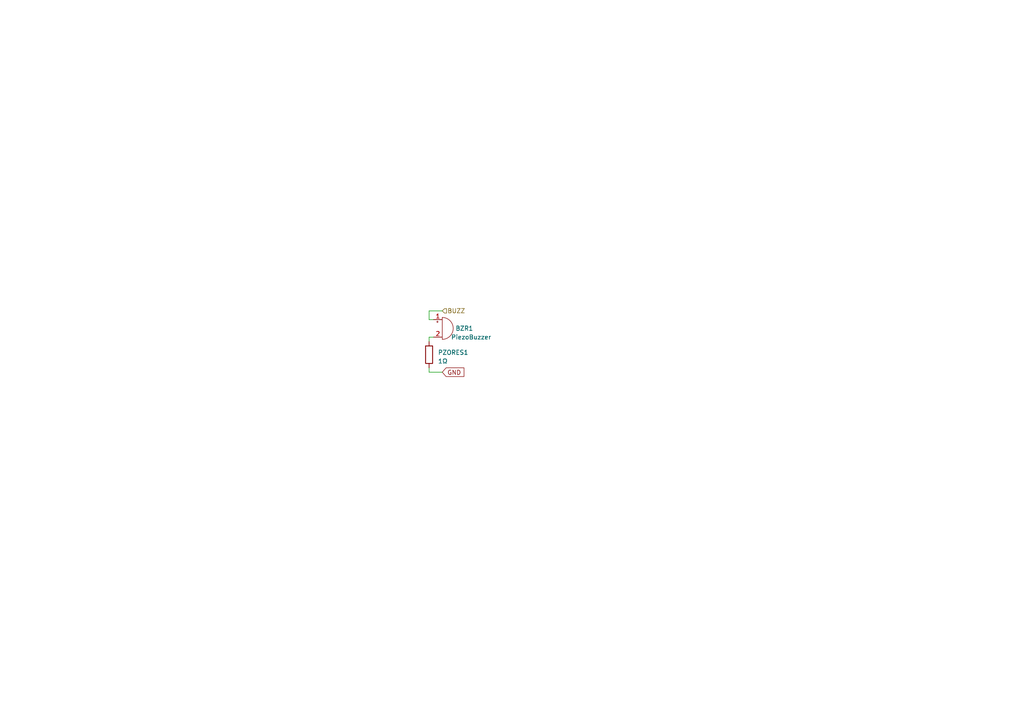
<source format=kicad_sch>
(kicad_sch (version 20230121) (generator eeschema)

  (uuid f5540a7b-cb41-4cd8-abf6-af184c3c37b7)

  (paper "A4")

  (lib_symbols
    (symbol "Device:Buzzer" (pin_names (offset 0.0254) hide) (in_bom yes) (on_board yes)
      (property "Reference" "PZOBZR" (at 3.81 0.635 0)
        (effects (font (size 1.27 1.27)) (justify left))
      )
      (property "Value" "FUET-3020 " (at 3.81 -1.905 0)
        (effects (font (size 1.27 1.27)) (justify left))
      )
      (property "Footprint" "" (at -0.635 2.54 90)
        (effects (font (size 1.27 1.27)) hide)
      )
      (property "Datasheet" "~" (at -0.635 2.54 90)
        (effects (font (size 1.27 1.27)) hide)
      )
      (property "ki_keywords" "quartz resonator ceramic" (at 0 0 0)
        (effects (font (size 1.27 1.27)) hide)
      )
      (property "ki_description" "Buzzer, polarized" (at 0 0 0)
        (effects (font (size 1.27 1.27)) hide)
      )
      (property "ki_fp_filters" "*Buzzer*" (at 0 0 0)
        (effects (font (size 1.27 1.27)) hide)
      )
      (symbol "Buzzer_0_1"
        (arc (start 0 -3.175) (mid 3.1612 0) (end 0 3.175)
          (stroke (width 0) (type default))
          (fill (type none))
        )
        (polyline
          (pts
            (xy -1.651 1.905)
            (xy -1.143 1.905)
          )
          (stroke (width 0) (type default))
          (fill (type none))
        )
        (polyline
          (pts
            (xy -1.397 2.159)
            (xy -1.397 1.651)
          )
          (stroke (width 0) (type default))
          (fill (type none))
        )
        (polyline
          (pts
            (xy 0 3.175)
            (xy 0 -3.175)
          )
          (stroke (width 0) (type default))
          (fill (type none))
        )
      )
      (symbol "Buzzer_1_1"
        (pin passive line (at -2.54 2.54 0) (length 2.54)
          (name "-" (effects (font (size 1.27 1.27))))
          (number "1" (effects (font (size 1.27 1.27))))
        )
        (pin passive line (at -2.54 -2.54 0) (length 2.54)
          (name "+" (effects (font (size 1.27 1.27))))
          (number "2" (effects (font (size 1.27 1.27))))
        )
      )
    )
    (symbol "Device:R" (pin_numbers hide) (pin_names (offset 0)) (in_bom yes) (on_board yes)
      (property "Reference" "R" (at 2.032 0 90)
        (effects (font (size 1.27 1.27)))
      )
      (property "Value" "R" (at 0 0 90)
        (effects (font (size 1.27 1.27)))
      )
      (property "Footprint" "" (at -1.778 0 90)
        (effects (font (size 1.27 1.27)) hide)
      )
      (property "Datasheet" "~" (at 0 0 0)
        (effects (font (size 1.27 1.27)) hide)
      )
      (property "ki_keywords" "R res resistor" (at 0 0 0)
        (effects (font (size 1.27 1.27)) hide)
      )
      (property "ki_description" "Resistor" (at 0 0 0)
        (effects (font (size 1.27 1.27)) hide)
      )
      (property "ki_fp_filters" "R_*" (at 0 0 0)
        (effects (font (size 1.27 1.27)) hide)
      )
      (symbol "R_0_1"
        (rectangle (start -1.016 -2.54) (end 1.016 2.54)
          (stroke (width 0.254) (type default))
          (fill (type none))
        )
      )
      (symbol "R_1_1"
        (pin passive line (at 0 3.81 270) (length 1.27)
          (name "~" (effects (font (size 1.27 1.27))))
          (number "1" (effects (font (size 1.27 1.27))))
        )
        (pin passive line (at 0 -3.81 90) (length 1.27)
          (name "~" (effects (font (size 1.27 1.27))))
          (number "2" (effects (font (size 1.27 1.27))))
        )
      )
    )
  )


  (wire (pts (xy 124.46 107.95) (xy 128.27 107.95))
    (stroke (width 0) (type default))
    (uuid 1bac4979-45ba-4e83-9020-3a8bf07cf02b)
  )
  (wire (pts (xy 124.46 90.17) (xy 124.46 92.71))
    (stroke (width 0) (type default))
    (uuid 543cc1d0-79cc-495e-b450-a5807b17924c)
  )
  (wire (pts (xy 124.46 97.79) (xy 124.46 99.06))
    (stroke (width 0) (type default))
    (uuid 5937a4f8-6f03-4ca1-b878-e8ba3c60b162)
  )
  (wire (pts (xy 124.46 92.71) (xy 125.73 92.71))
    (stroke (width 0) (type default))
    (uuid 77b0dd03-892c-4828-89f4-9bef08ec4c38)
  )
  (wire (pts (xy 128.27 90.17) (xy 124.46 90.17))
    (stroke (width 0) (type default))
    (uuid a3467ac6-64ec-4df5-98a0-2f0d63af5528)
  )
  (wire (pts (xy 124.46 106.68) (xy 124.46 107.95))
    (stroke (width 0) (type default))
    (uuid a850e00b-4d63-45f3-9acb-a6bf96706614)
  )
  (wire (pts (xy 124.46 97.79) (xy 125.73 97.79))
    (stroke (width 0) (type default))
    (uuid bb4b888e-4517-4e9c-b3c4-20c32a68b218)
  )

  (global_label "GND" (shape input) (at 128.27 107.95 0) (fields_autoplaced)
    (effects (font (size 1.27 1.27)) (justify left))
    (uuid 1fa59adb-7654-4d90-a0ac-7ebbbb639a4f)
    (property "Intersheetrefs" "${INTERSHEET_REFS}" (at 135.0463 107.95 0)
      (effects (font (size 1.27 1.27)) (justify left) hide)
    )
  )

  (hierarchical_label "BUZZ" (shape input) (at 128.27 90.17 0) (fields_autoplaced)
    (effects (font (size 1.27 1.27)) (justify left))
    (uuid 1b54bb7d-eb96-4367-ab09-df59df2483f5)
  )

  (symbol (lib_id "Device:Buzzer") (at 128.27 95.25 0) (unit 1)
    (in_bom yes) (on_board yes) (dnp no)
    (uuid bca866e8-e521-4214-a725-cc7c5800de49)
    (property "Reference" "BZR1" (at 132.08 95.25 0)
      (effects (font (size 1.27 1.27)) (justify left))
    )
    (property "Value" "PiezoBuzzer" (at 130.81 97.79 0)
      (effects (font (size 1.27 1.27)) (justify left))
    )
    (property "Footprint" "Buzzer_Beeper:MagneticBuzzer_Kingstate_KCG0601" (at 127.635 92.71 90)
      (effects (font (size 1.27 1.27)) hide)
    )
    (property "Datasheet" "~" (at 127.635 92.71 90)
      (effects (font (size 1.27 1.27)) hide)
    )
    (pin "1" (uuid 98bdc166-c526-4f2b-86c9-5a127855585f))
    (pin "2" (uuid a469d97f-6a1d-4b75-ad42-ac740ccbf408))
    (instances
      (project "ORCAPCB"
        (path "/11a8506c-b6ad-45ac-a655-0503ff759050"
          (reference "BZR1") (unit 1)
        )
      )
      (project "TheOptimizedRocketryComputingAssembly"
        (path "/5233321a-2b4a-4405-b908-5bf77ab12e0a"
          (reference "BZR1") (unit 1)
        )
      )
      (project "BlackBoxBLSI"
        (path "/98ddc91a-caee-41b7-bd1d-3a5466cb9ed7"
          (reference "BZR?") (unit 1)
        )
        (path "/98ddc91a-caee-41b7-bd1d-3a5466cb9ed7/a3e55309-3841-4f72-a6af-55652c6f691f"
          (reference "BZR?") (unit 1)
        )
      )
    )
  )

  (symbol (lib_id "Device:R") (at 124.46 102.87 0) (unit 1)
    (in_bom yes) (on_board yes) (dnp no) (fields_autoplaced)
    (uuid cc5bdc76-cdc2-4c3c-9143-73b7c813763d)
    (property "Reference" "PZORES1" (at 127 102.235 0)
      (effects (font (size 1.27 1.27)) (justify left))
    )
    (property "Value" "1Ω" (at 127 104.775 0)
      (effects (font (size 1.27 1.27)) (justify left))
    )
    (property "Footprint" "Resistor_SMD:R_0402_1005Metric" (at 122.682 102.87 90)
      (effects (font (size 1.27 1.27)) hide)
    )
    (property "Datasheet" "~" (at 124.46 102.87 0)
      (effects (font (size 1.27 1.27)) hide)
    )
    (pin "1" (uuid 80b39b41-7739-426d-b334-21209b6d070a))
    (pin "2" (uuid a848f521-9525-4815-abd1-9c895b7576ef))
    (instances
      (project "ORCAPCB"
        (path "/11a8506c-b6ad-45ac-a655-0503ff759050"
          (reference "PZORES1") (unit 1)
        )
      )
      (project "TheOptimizedRocketryComputingAssembly"
        (path "/5233321a-2b4a-4405-b908-5bf77ab12e0a"
          (reference "PZORES1") (unit 1)
        )
      )
      (project "BlackBoxBLSI"
        (path "/98ddc91a-caee-41b7-bd1d-3a5466cb9ed7"
          (reference "PZORES?") (unit 1)
        )
        (path "/98ddc91a-caee-41b7-bd1d-3a5466cb9ed7/a3e55309-3841-4f72-a6af-55652c6f691f"
          (reference "PZORES?") (unit 1)
        )
      )
    )
  )
)

</source>
